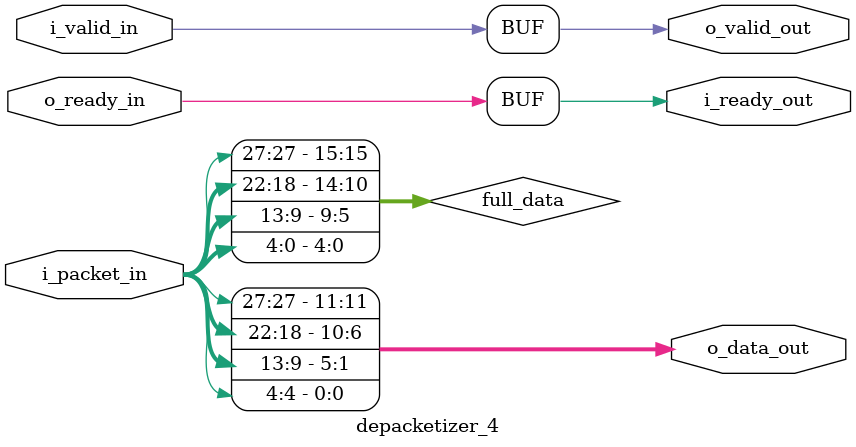
<source format=sv>
/*
 * function : take in packets and spit out data only (strip control)
 * author   : Mohamed S. Abdelfattah
 * date     : 3-SEPT-2014
 */

module depacketizer_4
#(
	parameter WIDTH_PKT = 36,
	parameter WIDTH_DATA = 12,
	parameter VC_ADDRESS_WIDTH = 1,
	parameter ADDRESS_WIDTH = 4
)
(
	input [WIDTH_PKT-1:0] i_packet_in,
	input                 i_valid_in,
	output                i_ready_out,
	
	output [WIDTH_DATA-1:0] o_data_out,
	output                  o_valid_out,
	input                   o_ready_in
);

localparam WIDTH_FLIT = WIDTH_PKT/4;
localparam DATA_POS_HEAD = WIDTH_PKT - 3 - VC_ADDRESS_WIDTH - ADDRESS_WIDTH - 1;
localparam DATA_POS_B1   = WIDTH_PKT - WIDTH_FLIT - 3 - VC_ADDRESS_WIDTH - 1;
localparam DATA_POS_B2   = WIDTH_PKT - 2*WIDTH_FLIT - 3 - VC_ADDRESS_WIDTH - 1;
localparam DATA_POS_TAIL = WIDTH_PKT - 3*WIDTH_FLIT - 3 - VC_ADDRESS_WIDTH - 1;

localparam WIDTH_DATA_IDL = WIDTH_PKT - 3*4 -4*VC_ADDRESS_WIDTH - ADDRESS_WIDTH;
localparam EXTRA_BITS = WIDTH_DATA_IDL - WIDTH_DATA;

wire [WIDTH_DATA_IDL-1:0] full_data;


//------------------------------------------------------------------------
// Implementation
//------------------------------------------------------------------------

assign i_ready_out = o_ready_in;
assign o_valid_out = i_valid_in;


//here we need to strip all the control bits and concat data back together


assign full_data = {
		i_packet_in[DATA_POS_HEAD : 3*WIDTH_FLIT],
		i_packet_in[DATA_POS_B1   : 2*WIDTH_FLIT],
		i_packet_in[DATA_POS_B2   : 1*WIDTH_FLIT],
		i_packet_in[DATA_POS_TAIL : 0]
};

assign o_data_out = full_data[WIDTH_DATA_IDL-1 -: WIDTH_DATA];



endmodule

</source>
